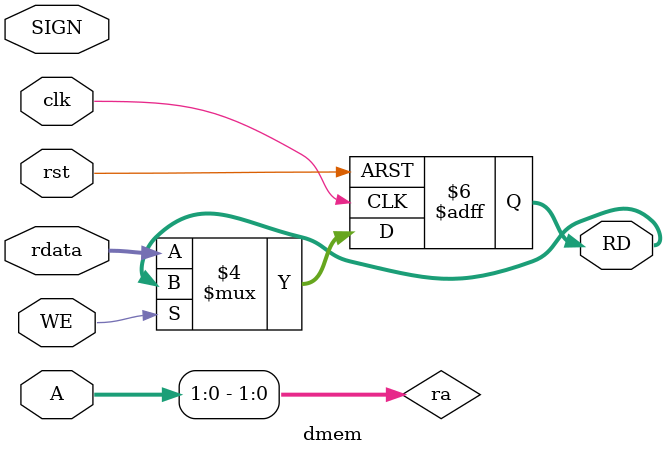
<source format=v>
`timescale 1ns / 1ps


module dmem(
    input               clk,
    input               rst,
   
    input       [31:0]  rdata,

    input               WE,
    input       [31:0]  A,
    input               SIGN,
    output reg  [31:0]  RD

 
    );
    wire [1:0] ra = A[1:0];

    always @(posedge clk or negedge rst) begin
        if (!rst) begin
            RD <= 32'b0;
        end
        else begin
                if (!WE) begin
                     RD <= rdata;              
                end
        end
    end
    
endmodule
</source>
